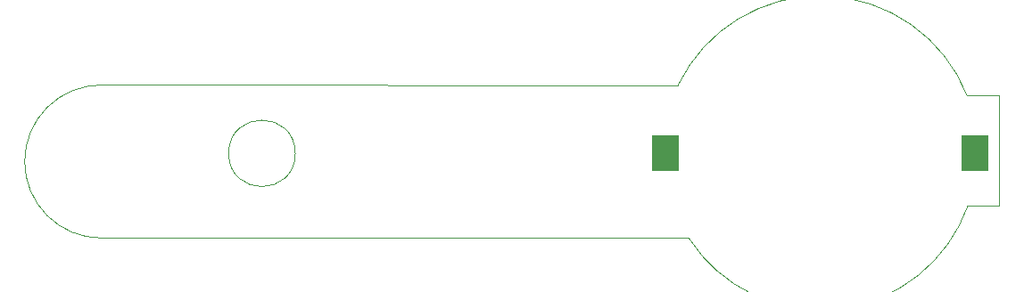
<source format=gbr>
%TF.GenerationSoftware,KiCad,Pcbnew,9.0.1*%
%TF.CreationDate,2025-06-02T10:32:26+09:00*%
%TF.ProjectId,Project 1 LED Torch,50726f6a-6563-4742-9031-204c45442054,1*%
%TF.SameCoordinates,Original*%
%TF.FileFunction,Paste,Top*%
%TF.FilePolarity,Positive*%
%FSLAX46Y46*%
G04 Gerber Fmt 4.6, Leading zero omitted, Abs format (unit mm)*
G04 Created by KiCad (PCBNEW 9.0.1) date 2025-06-02 10:32:26*
%MOMM*%
%LPD*%
G01*
G04 APERTURE LIST*
%ADD10R,2.540000X3.510000*%
%TA.AperFunction,Profile*%
%ADD11C,0.050000*%
%TD*%
G04 APERTURE END LIST*
D10*
%TO.C,BT1*%
X143820000Y-103500000D03*
X173180000Y-103500000D03*
%TD*%
D11*
X90275000Y-97000000D02*
X145007191Y-97003463D01*
X90250000Y-111550043D02*
G75*
G02*
X90275000Y-97000000I0J7275043D01*
G01*
X175500000Y-98000000D02*
X174500000Y-98000000D01*
X175500000Y-108500000D02*
X175500000Y-98000000D01*
X174500000Y-108500000D02*
X175500000Y-108500000D01*
X172428779Y-98000000D02*
X174500000Y-98000000D01*
X172501874Y-108500000D02*
X174500000Y-108500000D01*
X172501874Y-108500000D02*
G75*
G02*
X146000001Y-111550000I-14001874J5000000D01*
G01*
X145007191Y-97003462D02*
G75*
G02*
X172428780Y-98000000I13492809J-6496538D01*
G01*
X90250000Y-111550000D02*
X146000000Y-111550000D01*
X108662278Y-103500000D02*
G75*
G02*
X102337722Y-103500000I-3162278J0D01*
G01*
X102337722Y-103500000D02*
G75*
G02*
X108662278Y-103500000I3162278J0D01*
G01*
M02*

</source>
